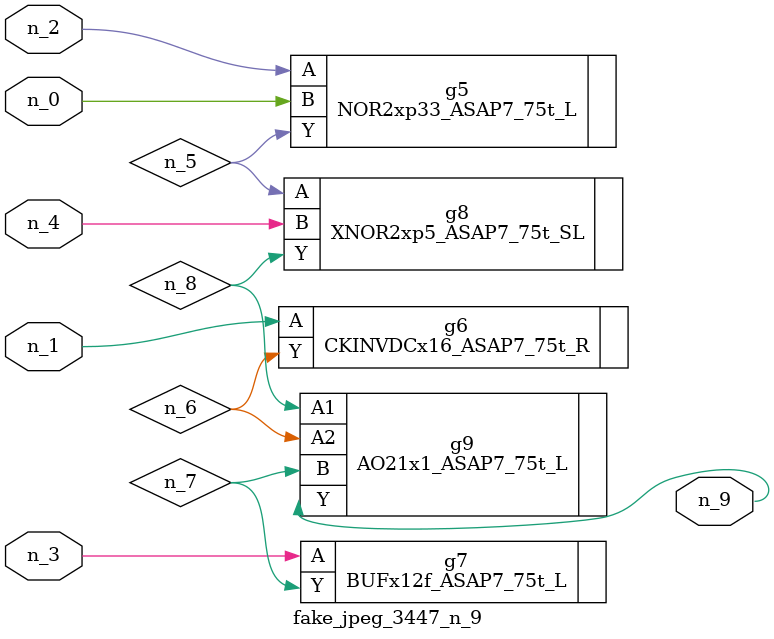
<source format=v>
module fake_jpeg_3447_n_9 (n_3, n_2, n_1, n_0, n_4, n_9);

input n_3;
input n_2;
input n_1;
input n_0;
input n_4;

output n_9;

wire n_8;
wire n_6;
wire n_5;
wire n_7;

NOR2xp33_ASAP7_75t_L g5 ( 
.A(n_2),
.B(n_0),
.Y(n_5)
);

CKINVDCx16_ASAP7_75t_R g6 ( 
.A(n_1),
.Y(n_6)
);

BUFx12f_ASAP7_75t_L g7 ( 
.A(n_3),
.Y(n_7)
);

XNOR2xp5_ASAP7_75t_SL g8 ( 
.A(n_5),
.B(n_4),
.Y(n_8)
);

AO21x1_ASAP7_75t_L g9 ( 
.A1(n_8),
.A2(n_6),
.B(n_7),
.Y(n_9)
);


endmodule
</source>
